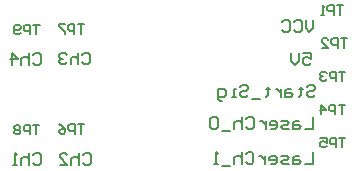
<source format=gbo>
G04*
G04 #@! TF.GenerationSoftware,Altium Limited,Altium Designer,21.6.4 (81)*
G04*
G04 Layer_Color=32896*
%FSLAX25Y25*%
%MOIN*%
G70*
G04*
G04 #@! TF.SameCoordinates,C1900F0A-900D-499D-9597-BB550FD85569*
G04*
G04*
G04 #@! TF.FilePolarity,Positive*
G04*
G01*
G75*
%ADD11C,0.00787*%
D11*
X11354Y71690D02*
X12009Y72346D01*
X13321D01*
X13977Y71690D01*
Y69066D01*
X13321Y68410D01*
X12009D01*
X11354Y69066D01*
X10042Y72346D02*
Y68410D01*
Y70378D01*
X9386Y71034D01*
X8074D01*
X7418Y70378D01*
Y68410D01*
X4138D02*
Y72346D01*
X6106Y70378D01*
X3482D01*
X27692Y71789D02*
X28348Y72445D01*
X29660D01*
X30316Y71789D01*
Y69165D01*
X29660Y68509D01*
X28348D01*
X27692Y69165D01*
X26380Y72445D02*
Y68509D01*
Y70477D01*
X25724Y71133D01*
X24412D01*
X23756Y70477D01*
Y68509D01*
X22445Y71789D02*
X21789Y72445D01*
X20477D01*
X19821Y71789D01*
Y71133D01*
X20477Y70477D01*
X21133D01*
X20477D01*
X19821Y69821D01*
Y69165D01*
X20477Y68509D01*
X21789D01*
X22445Y69165D01*
X11157Y38324D02*
X11813Y38980D01*
X13125D01*
X13780Y38324D01*
Y35700D01*
X13125Y35044D01*
X11813D01*
X11157Y35700D01*
X9845Y38980D02*
Y35044D01*
Y37012D01*
X9189Y37668D01*
X7877D01*
X7221Y37012D01*
Y35044D01*
X5909D02*
X4597D01*
X5253D01*
Y38980D01*
X5909Y38324D01*
X27987Y38226D02*
X28643Y38882D01*
X29955D01*
X30611Y38226D01*
Y35602D01*
X29955Y34946D01*
X28643D01*
X27987Y35602D01*
X26676Y38882D02*
Y34946D01*
Y36914D01*
X26019Y37570D01*
X24708D01*
X24052Y36914D01*
Y34946D01*
X20116D02*
X22740D01*
X20116Y37570D01*
Y38226D01*
X20772Y38882D01*
X22084D01*
X22740Y38226D01*
X104430Y39341D02*
Y35405D01*
X101806D01*
X99838Y38029D02*
X98527D01*
X97870Y37373D01*
Y35405D01*
X99838D01*
X100494Y36061D01*
X99838Y36717D01*
X97870D01*
X96559Y35405D02*
X94591D01*
X93935Y36061D01*
X94591Y36717D01*
X95903D01*
X96559Y37373D01*
X95903Y38029D01*
X93935D01*
X90655Y35405D02*
X91967D01*
X92623Y36061D01*
Y37373D01*
X91967Y38029D01*
X90655D01*
X89999Y37373D01*
Y36717D01*
X92623D01*
X88687Y38029D02*
Y35405D01*
Y36717D01*
X88031Y37373D01*
X87375Y38029D01*
X86719D01*
X82128Y38685D02*
X82784Y39341D01*
X84095D01*
X84751Y38685D01*
Y36061D01*
X84095Y35405D01*
X82784D01*
X82128Y36061D01*
X80816Y39341D02*
Y35405D01*
Y37373D01*
X80160Y38029D01*
X78848D01*
X78192Y37373D01*
Y35405D01*
X76880Y34749D02*
X74256D01*
X72944Y35405D02*
X71632D01*
X72288D01*
Y39341D01*
X72944Y38685D01*
X102594Y60994D02*
X103250Y61650D01*
X104562D01*
X105218Y60994D01*
Y60338D01*
X104562Y59682D01*
X103250D01*
X102594Y59026D01*
Y58371D01*
X103250Y57714D01*
X104562D01*
X105218Y58371D01*
X100626Y60994D02*
Y60338D01*
X101282D01*
X99970D01*
X100626D01*
Y58371D01*
X99970Y57714D01*
X97346Y60338D02*
X96034D01*
X95378Y59682D01*
Y57714D01*
X97346D01*
X98002Y58371D01*
X97346Y59026D01*
X95378D01*
X94066Y60338D02*
Y57714D01*
Y59026D01*
X93410Y59682D01*
X92754Y60338D01*
X92098D01*
X89474Y60994D02*
Y60338D01*
X90131D01*
X88819D01*
X89474D01*
Y58371D01*
X88819Y57714D01*
X86851Y57059D02*
X84227D01*
X80291Y60994D02*
X80947Y61650D01*
X82259D01*
X82915Y60994D01*
Y60338D01*
X82259Y59682D01*
X80947D01*
X80291Y59026D01*
Y58371D01*
X80947Y57714D01*
X82259D01*
X82915Y58371D01*
X78979Y57714D02*
X77667D01*
X78323D01*
Y60338D01*
X78979D01*
X74388Y56403D02*
X73732D01*
X73076Y57059D01*
Y60338D01*
X75043D01*
X75700Y59682D01*
Y58371D01*
X75043Y57714D01*
X73076D01*
X104528Y51053D02*
Y47118D01*
X101905D01*
X99937Y49741D02*
X98625D01*
X97969Y49086D01*
Y47118D01*
X99937D01*
X100593Y47774D01*
X99937Y48430D01*
X97969D01*
X96657Y47118D02*
X94689D01*
X94033Y47774D01*
X94689Y48430D01*
X96001D01*
X96657Y49086D01*
X96001Y49741D01*
X94033D01*
X90753Y47118D02*
X92065D01*
X92721Y47774D01*
Y49086D01*
X92065Y49741D01*
X90753D01*
X90097Y49086D01*
Y48430D01*
X92721D01*
X88786Y49741D02*
Y47118D01*
Y48430D01*
X88130Y49086D01*
X87474Y49741D01*
X86818D01*
X82226Y50397D02*
X82882Y51053D01*
X84194D01*
X84850Y50397D01*
Y47774D01*
X84194Y47118D01*
X82882D01*
X82226Y47774D01*
X80914Y51053D02*
Y47118D01*
Y49086D01*
X80258Y49741D01*
X78946D01*
X78290Y49086D01*
Y47118D01*
X76978Y46462D02*
X74354D01*
X73043Y50397D02*
X72387Y51053D01*
X71075D01*
X70419Y50397D01*
Y47774D01*
X71075Y47118D01*
X72387D01*
X73043Y47774D01*
Y50397D01*
X101314Y72346D02*
X103938D01*
Y70378D01*
X102626Y71034D01*
X101970D01*
X101314Y70378D01*
Y69066D01*
X101970Y68410D01*
X103282D01*
X103938Y69066D01*
X100002Y72346D02*
Y69722D01*
X98690Y68410D01*
X97378Y69722D01*
Y72346D01*
X104725Y83271D02*
Y80648D01*
X103413Y79336D01*
X102102Y80648D01*
Y83271D01*
X98166Y82615D02*
X98822Y83271D01*
X100134D01*
X100790Y82615D01*
Y79992D01*
X100134Y79336D01*
X98822D01*
X98166Y79992D01*
X94230Y82615D02*
X94886Y83271D01*
X96198D01*
X96854Y82615D01*
Y79992D01*
X96198Y79336D01*
X94886D01*
X94230Y79992D01*
X13451Y81697D02*
X11352D01*
X12402D01*
Y78549D01*
X10302D02*
Y81697D01*
X8728D01*
X8203Y81173D01*
Y80123D01*
X8728Y79598D01*
X10302D01*
X7154Y79074D02*
X6629Y78549D01*
X5580D01*
X5055Y79074D01*
Y81173D01*
X5580Y81697D01*
X6629D01*
X7154Y81173D01*
Y80648D01*
X6629Y80123D01*
X5055D01*
X13353Y48331D02*
X11254D01*
X12303D01*
Y45183D01*
X10204D02*
Y48331D01*
X8630D01*
X8105Y47807D01*
Y46757D01*
X8630Y46232D01*
X10204D01*
X7056Y47807D02*
X6531Y48331D01*
X5481D01*
X4956Y47807D01*
Y47282D01*
X5481Y46757D01*
X4956Y46232D01*
Y45707D01*
X5481Y45183D01*
X6531D01*
X7056Y45707D01*
Y46232D01*
X6531Y46757D01*
X7056Y47282D01*
Y47807D01*
X6531Y46757D02*
X5481D01*
X28215Y81894D02*
X26116D01*
X27165D01*
Y78746D01*
X25066D02*
Y81894D01*
X23492D01*
X22967Y81369D01*
Y80320D01*
X23492Y79795D01*
X25066D01*
X21918Y81894D02*
X19819D01*
Y81369D01*
X21918Y79270D01*
Y78746D01*
X28313Y48528D02*
X26214D01*
X27264D01*
Y45379D01*
X25165D02*
Y48528D01*
X23590D01*
X23066Y48003D01*
Y46954D01*
X23590Y46429D01*
X25165D01*
X19917Y48528D02*
X20967Y48003D01*
X22016Y46954D01*
Y45904D01*
X21491Y45379D01*
X20442D01*
X19917Y45904D01*
Y46429D01*
X20442Y46954D01*
X22016D01*
X115420Y44001D02*
X113321D01*
X114370D01*
Y40852D01*
X112271D02*
Y44001D01*
X110697D01*
X110172Y43476D01*
Y42426D01*
X110697Y41901D01*
X112271D01*
X107023Y44001D02*
X109122D01*
Y42426D01*
X108073Y42951D01*
X107548D01*
X107023Y42426D01*
Y41377D01*
X107548Y40852D01*
X108598D01*
X109122Y41377D01*
X115223Y55024D02*
X113124D01*
X114173D01*
Y51876D01*
X112074D02*
Y55024D01*
X110500D01*
X109975Y54499D01*
Y53450D01*
X110500Y52925D01*
X112074D01*
X107351Y51876D02*
Y55024D01*
X108925Y53450D01*
X106826D01*
X115420Y66146D02*
X113321D01*
X114370D01*
Y62998D01*
X112271D02*
Y66146D01*
X110697D01*
X110172Y65621D01*
Y64572D01*
X110697Y64047D01*
X112271D01*
X109122Y65621D02*
X108598Y66146D01*
X107548D01*
X107023Y65621D01*
Y65097D01*
X107548Y64572D01*
X108073D01*
X107548D01*
X107023Y64047D01*
Y63522D01*
X107548Y62998D01*
X108598D01*
X109122Y63522D01*
X115912Y77170D02*
X113813D01*
X114862D01*
Y74021D01*
X112763D02*
Y77170D01*
X111189D01*
X110664Y76645D01*
Y75595D01*
X111189Y75071D01*
X112763D01*
X107516Y74021D02*
X109615D01*
X107516Y76120D01*
Y76645D01*
X108040Y77170D01*
X109090D01*
X109615Y76645D01*
X114600Y88292D02*
X112501D01*
X113550D01*
Y85143D01*
X111451D02*
Y88292D01*
X109877D01*
X109352Y87767D01*
Y86718D01*
X109877Y86193D01*
X111451D01*
X108302Y85143D02*
X107253D01*
X107778D01*
Y88292D01*
X108302Y87767D01*
M02*

</source>
